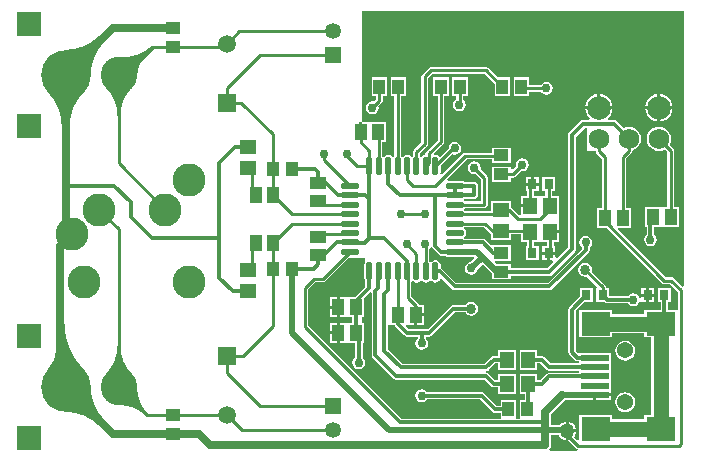
<source format=gbl>
%FSLAX42Y42*%
%MOMM*%
G71*
G01*
G75*
G04 Layer_Physical_Order=2*
G04 Layer_Color=16711680*
%ADD10R,1.30X1.55*%
%ADD11R,1.40X1.20*%
%ADD12R,1.30X1.00*%
%ADD13R,2.20X0.95*%
%ADD14R,1.10X1.25*%
%ADD15C,0.30*%
%ADD16C,0.25*%
%ADD17C,1.75*%
%ADD18C,2.00*%
%ADD19R,2.00X2.00*%
%ADD20C,4.20*%
%ADD21C,3.10*%
%ADD22C,1.37*%
%ADD23C,0.86*%
%ADD24R,1.35X1.35*%
%ADD25C,1.35*%
%ADD26C,2.79*%
%ADD27R,1.50X1.50*%
%ADD28C,1.50*%
%ADD29C,0.76*%
%ADD30C,1.27*%
%ADD31C,0.64*%
%ADD32R,1.10X1.40*%
%ADD33R,1.20X1.40*%
%ADD34R,0.80X0.90*%
%ADD35R,1.00X1.30*%
%ADD36R,2.39X0.51*%
%ADD37R,2.49X2.01*%
%ADD38R,1.40X1.10*%
%ADD39O,1.60X0.55*%
%ADD40O,0.55X1.60*%
%ADD41C,1.27*%
%ADD42C,0.38*%
%ADD43C,0.51*%
G36*
X10157Y8422D02*
X10143Y8417D01*
X10071Y8489D01*
X10062Y8495D01*
X10051Y8497D01*
X10051Y8497D01*
X10002D01*
X9596Y8902D01*
X9602Y8917D01*
X9708D01*
Y9087D01*
X9667D01*
Y9502D01*
X9710Y9545D01*
X9710Y9545D01*
X9716Y9555D01*
X9719Y9566D01*
X9719Y9566D01*
Y9570D01*
X9742Y9580D01*
X9763Y9597D01*
X9780Y9618D01*
X9790Y9643D01*
X9794Y9670D01*
X9790Y9697D01*
X9780Y9722D01*
X9763Y9743D01*
X9742Y9760D01*
X9717Y9770D01*
X9690Y9773D01*
X9663Y9770D01*
X9646Y9763D01*
X9589Y9821D01*
X9577Y9828D01*
X9564Y9831D01*
X9517D01*
X9512Y9845D01*
X9518Y9850D01*
X9537Y9874D01*
X9548Y9902D01*
X9551Y9920D01*
X9322D01*
X9324Y9902D01*
X9335Y9874D01*
X9354Y9850D01*
X9360Y9845D01*
X9355Y9831D01*
X9301D01*
X9287Y9828D01*
X9276Y9821D01*
X9183Y9728D01*
X9175Y9716D01*
X9173Y9703D01*
X9173Y9703D01*
X9173D01*
X9173Y9703D01*
X9173D01*
Y8752D01*
X9080Y8660D01*
X9066Y8665D01*
Y8687D01*
X9024D01*
Y8639D01*
X9040D01*
X9046Y8625D01*
X8999Y8578D01*
X8691D01*
Y8609D01*
X8570D01*
X8554Y8624D01*
X8560Y8638D01*
X8691D01*
Y8769D01*
X8530D01*
X8530Y8769D01*
Y8769D01*
X8524Y8766D01*
X8477Y8814D01*
X8467Y8820D01*
X8455Y8823D01*
X8300D01*
X8298Y8824D01*
Y8839D01*
X8301Y8841D01*
X8310Y8855D01*
X8313Y8872D01*
X8310Y8888D01*
X8301Y8902D01*
X8298Y8904D01*
Y8919D01*
X8301Y8921D01*
X8302Y8923D01*
X8461D01*
X8515Y8869D01*
X8515Y8869D01*
X8525Y8863D01*
X8525Y8863D01*
X8525Y8863D01*
D01*
X8525Y8863D01*
X8525Y8863D01*
X8525Y8862D01*
Y8814D01*
X8696D01*
Y8860D01*
X8781D01*
Y8796D01*
X8827D01*
Y8760D01*
X8816D01*
Y8639D01*
X8926D01*
Y8760D01*
X8884D01*
Y8796D01*
X8997D01*
Y8760D01*
X8956D01*
Y8712D01*
X9066D01*
Y8760D01*
X9054D01*
Y8796D01*
X9101D01*
Y8869D01*
X9081D01*
Y8894D01*
X9101D01*
Y8967D01*
Y9016D01*
Y9187D01*
X9039D01*
Y9223D01*
X9066D01*
Y9344D01*
X8956D01*
Y9223D01*
X8982D01*
Y9187D01*
X8884D01*
Y9223D01*
X8926D01*
Y9271D01*
X8816D01*
Y9223D01*
X8827D01*
Y9187D01*
X8781D01*
Y9114D01*
X8801D01*
Y9089D01*
X8781D01*
Y9020D01*
X8762D01*
X8696Y9086D01*
Y9144D01*
X8525D01*
Y9060D01*
X8302D01*
X8301Y9062D01*
X8298Y9064D01*
Y9079D01*
X8301Y9081D01*
X8302Y9083D01*
X8465D01*
X8476Y9085D01*
X8485Y9091D01*
X8492Y9101D01*
X8494Y9112D01*
X8494Y9112D01*
X8494Y9112D01*
Y9112D01*
Y9340D01*
X8492Y9351D01*
X8485Y9360D01*
X8485Y9360D01*
X8434Y9412D01*
X8436Y9423D01*
X8432Y9444D01*
X8420Y9462D01*
X8403Y9474D01*
X8382Y9478D01*
X8361Y9474D01*
X8344Y9462D01*
X8332Y9444D01*
X8328Y9423D01*
X8332Y9403D01*
X8344Y9385D01*
X8361Y9373D01*
X8382Y9369D01*
X8394Y9371D01*
X8437Y9328D01*
Y9140D01*
X8302D01*
X8301Y9142D01*
X8298Y9144D01*
Y9159D01*
X8300Y9161D01*
X8379D01*
X8391Y9163D01*
X8401Y9170D01*
X8401Y9170D01*
X8401Y9170D01*
X8404Y9173D01*
X8411Y9183D01*
X8413Y9195D01*
X8413Y9195D01*
X8413Y9195D01*
Y9195D01*
Y9271D01*
X8411Y9283D01*
X8404Y9293D01*
X8394Y9300D01*
X8382Y9302D01*
X8301D01*
X8301Y9302D01*
X8287Y9312D01*
X8270Y9315D01*
X8165D01*
X8155Y9313D01*
X8148Y9327D01*
X8318Y9497D01*
X8530D01*
Y9464D01*
X8691D01*
Y9594D01*
X8530D01*
Y9553D01*
X8306D01*
X8306Y9553D01*
X8295Y9551D01*
X8286Y9545D01*
X8286Y9545D01*
X8107Y9367D01*
X8094Y9374D01*
X8096Y9384D01*
Y9440D01*
X8195Y9539D01*
X8196Y9538D01*
X8217Y9534D01*
X8238Y9538D01*
X8255Y9550D01*
X8267Y9568D01*
X8271Y9589D01*
X8267Y9609D01*
X8255Y9627D01*
X8238Y9639D01*
X8217Y9643D01*
X8196Y9639D01*
X8178Y9627D01*
X8167Y9609D01*
X8163Y9589D01*
X8163Y9587D01*
X8094Y9519D01*
X8083Y9520D01*
X8069Y9529D01*
X8052Y9533D01*
X8044Y9531D01*
X8037Y9545D01*
X8119Y9626D01*
X8125Y9635D01*
X8127Y9646D01*
X8127Y9646D01*
Y10029D01*
X8164D01*
Y10189D01*
X8034D01*
Y10029D01*
X8070D01*
Y9658D01*
X7977Y9565D01*
X7971Y9555D01*
X7968Y9545D01*
X7968Y9545D01*
Y9532D01*
X7956Y9529D01*
X7942Y9520D01*
X7940Y9518D01*
X7925D01*
X7923Y9520D01*
X7921Y9521D01*
Y9544D01*
X7983Y9606D01*
X7983Y9606D01*
X7989Y9616D01*
X7989Y9616D01*
X7989Y9616D01*
X7991Y9627D01*
X7991Y9627D01*
Y10186D01*
X8025Y10220D01*
X8468D01*
X8554Y10134D01*
Y10029D01*
X8685D01*
Y10189D01*
X8580D01*
X8500Y10269D01*
X8491Y10275D01*
X8480Y10277D01*
X8480Y10277D01*
X8014D01*
X8014Y10277D01*
X8003Y10275D01*
X7994Y10269D01*
X7994Y10269D01*
X7943Y10218D01*
X7937Y10209D01*
X7934Y10198D01*
X7934Y10198D01*
Y9638D01*
X7872Y9576D01*
X7866Y9567D01*
X7864Y9556D01*
X7864Y9556D01*
Y9521D01*
X7862Y9520D01*
X7860Y9518D01*
X7845D01*
X7843Y9520D01*
X7829Y9529D01*
X7812Y9533D01*
X7796Y9529D01*
X7782Y9520D01*
X7780Y9518D01*
X7765D01*
X7763Y9520D01*
X7761Y9521D01*
Y10029D01*
X7803D01*
Y10189D01*
X7673D01*
Y10029D01*
X7704D01*
Y9521D01*
X7702Y9520D01*
X7700Y9518D01*
X7685D01*
X7683Y9520D01*
X7669Y9529D01*
X7652Y9533D01*
X7636Y9529D01*
X7622Y9520D01*
X7620Y9518D01*
X7605D01*
X7603Y9520D01*
X7601Y9521D01*
Y9643D01*
X7638D01*
Y9813D01*
X7498D01*
D01*
D01*
X7498Y9813D01*
X7488D01*
Y9813D01*
X7431D01*
Y9728D01*
X7405D01*
Y9813D01*
X7429D01*
Y10754D01*
X10157D01*
Y8422D01*
D02*
G37*
G36*
X9335Y9685D02*
X9334Y9682D01*
X9335D01*
Y9657D01*
X9334D01*
X9335Y9654D01*
Y9568D01*
X9395D01*
X9408Y9566D01*
X9410Y9555D01*
X9416Y9545D01*
X9460Y9502D01*
Y9087D01*
X9418D01*
Y9014D01*
X9418D01*
Y8989D01*
X9418D01*
Y8917D01*
X9475D01*
Y8917D01*
X9501D01*
Y8917D01*
X9501D01*
X9970Y8448D01*
X9970Y8448D01*
X9979Y8442D01*
X9979Y8442D01*
X9979Y8442D01*
D01*
X9979Y8442D01*
X9979Y8442D01*
X9990Y8440D01*
X9990Y8440D01*
X10039D01*
X10106Y8373D01*
Y8218D01*
X10099D01*
Y8218D01*
X10022D01*
Y8284D01*
X10046D01*
Y8404D01*
X9936D01*
Y8284D01*
X9960D01*
Y8218D01*
X9820D01*
Y8182D01*
X9548D01*
Y8218D01*
X9268D01*
Y7987D01*
X9548D01*
Y8023D01*
X9820D01*
Y7987D01*
X9880D01*
Y7329D01*
X9820D01*
Y7293D01*
X9548D01*
Y7329D01*
X9268D01*
Y7121D01*
X9254Y7116D01*
X9226Y7144D01*
X9236Y7156D01*
X9244Y7175D01*
X9245Y7183D01*
X9180D01*
Y7118D01*
X9172Y7117D01*
X9241Y7049D01*
X9241Y7049D01*
X9250Y7043D01*
X9256Y7041D01*
X9254Y7026D01*
X9027D01*
X9018Y7040D01*
X9028Y7056D01*
X9032Y7074D01*
Y7159D01*
X9097D01*
X9098Y7156D01*
X9111Y7140D01*
X9127Y7127D01*
X9146Y7119D01*
X9154Y7118D01*
Y7196D01*
Y7274D01*
X9146Y7273D01*
X9127Y7265D01*
X9111Y7252D01*
X9103Y7242D01*
X9032D01*
Y7269D01*
X9032Y7269D01*
X9032Y7269D01*
Y7269D01*
Y7339D01*
X9153Y7459D01*
X9403D01*
X9407Y7460D01*
X9390D01*
Y7501D01*
X9403D01*
Y7513D01*
X9538D01*
Y7539D01*
Y7617D01*
Y7696D01*
Y7775D01*
Y7856D01*
X9268D01*
Y7856D01*
X9257Y7856D01*
X9239Y7874D01*
Y8211D01*
X9312Y8284D01*
X9383D01*
Y8404D01*
X9273D01*
Y8333D01*
X9186Y8245D01*
X9179Y8235D01*
X9176Y8223D01*
Y7861D01*
X9176Y7861D01*
X9176D01*
X9179Y7849D01*
X9186Y7839D01*
X9231Y7794D01*
X9241Y7787D01*
X9253Y7785D01*
X9268D01*
Y7775D01*
Y7768D01*
X9027D01*
X8975Y7820D01*
X8965Y7827D01*
X8954Y7829D01*
X8916D01*
Y7883D01*
X8765D01*
Y7713D01*
X8916D01*
Y7767D01*
X8941D01*
X8992Y7715D01*
X8992Y7715D01*
X8992D01*
X8992Y7715D01*
X8992D01*
X8992Y7715D01*
Y7715D01*
Y7715D01*
D01*
D01*
X8992D01*
Y7715D01*
X9003Y7708D01*
X9014Y7706D01*
X9268D01*
Y7696D01*
Y7689D01*
X9017D01*
X9005Y7687D01*
X8995Y7680D01*
X8941Y7626D01*
X8916D01*
Y7680D01*
X8765D01*
Y7509D01*
X8809D01*
Y7459D01*
X8765D01*
Y7301D01*
X8736D01*
Y7459D01*
X8605D01*
Y7410D01*
X8573D01*
X8467Y7515D01*
X8457Y7522D01*
X8446Y7524D01*
X7981D01*
X7976Y7531D01*
X7958Y7543D01*
X7938Y7547D01*
X7917Y7543D01*
X7899Y7531D01*
X7887Y7514D01*
X7883Y7493D01*
X7887Y7472D01*
X7899Y7455D01*
X7917Y7443D01*
X7938Y7439D01*
X7958Y7443D01*
X7976Y7455D01*
X7981Y7462D01*
X8433D01*
X8538Y7357D01*
X8538Y7357D01*
X8538D01*
X8538Y7357D01*
X8538D01*
X8538Y7357D01*
Y7357D01*
Y7357D01*
D01*
D01*
X8538D01*
Y7357D01*
X8548Y7350D01*
X8560Y7348D01*
X8605D01*
Y7301D01*
X7764D01*
X7441Y7624D01*
X7437Y7627D01*
X7429Y7635D01*
D01*
X6975Y8089D01*
Y8396D01*
X7035Y8455D01*
X7099D01*
X7099Y8455D01*
X7110Y8457D01*
X7120Y8463D01*
X7317Y8661D01*
X7455D01*
Y8620D01*
X7452Y8616D01*
X7449Y8599D01*
Y8494D01*
X7452Y8477D01*
X7455Y8473D01*
Y8413D01*
X7369Y8328D01*
X7312D01*
X7312Y8328D01*
Y8328D01*
X7311Y8328D01*
X7306D01*
X7301D01*
X7300Y8328D01*
X7300Y8328D01*
Y8328D01*
X7244D01*
Y8242D01*
Y8157D01*
X7301D01*
Y8157D01*
X7311D01*
X7312Y8157D01*
X7312Y8157D01*
Y8157D01*
X7350D01*
Y8112D01*
X7312D01*
X7312Y8112D01*
Y8112D01*
X7311Y8112D01*
X7306D01*
X7301D01*
X7300Y8112D01*
X7300Y8112D01*
Y8112D01*
X7244D01*
Y8026D01*
Y7941D01*
X7301D01*
Y7941D01*
X7311D01*
X7312Y7941D01*
X7312Y7941D01*
Y7941D01*
X7373D01*
Y7816D01*
X7366Y7811D01*
X7354Y7793D01*
X7350Y7772D01*
X7354Y7752D01*
X7366Y7734D01*
X7383Y7722D01*
X7404Y7718D01*
X7425Y7722D01*
X7441Y7733D01*
X7443Y7734D01*
X7454Y7752D01*
X7458Y7772D01*
X7454Y7793D01*
X7443Y7811D01*
X7435Y7816D01*
Y7941D01*
X7451D01*
Y8112D01*
X7429D01*
Y8157D01*
X7451D01*
Y8322D01*
X7499Y8370D01*
X7513Y8364D01*
Y7835D01*
X7513Y7835D01*
X7513D01*
X7516Y7823D01*
X7522Y7813D01*
X7700Y7636D01*
X7706Y7632D01*
X7710Y7629D01*
X7722Y7627D01*
X8471D01*
X8525Y7573D01*
X8525D01*
X8525Y7573D01*
X8525Y7573D01*
Y7573D01*
X8535Y7566D01*
X8547Y7564D01*
X8585D01*
Y7509D01*
X8736D01*
Y7680D01*
X8585D01*
Y7626D01*
X8560D01*
X8506Y7680D01*
X8495Y7687D01*
X8484Y7689D01*
Y7703D01*
X8495Y7706D01*
X8506Y7712D01*
X8560Y7767D01*
X8585D01*
Y7713D01*
X8736D01*
Y7883D01*
X8585D01*
Y7829D01*
X8547D01*
X8535Y7827D01*
X8525Y7820D01*
X8471Y7765D01*
X7773D01*
X7651Y7887D01*
Y8094D01*
X7665D01*
Y8094D01*
X7706D01*
X7707Y8090D01*
X7714Y8079D01*
X7789Y8004D01*
X7799Y7998D01*
X7811Y7995D01*
X7902D01*
X7906Y7981D01*
X7899Y7976D01*
X7887Y7958D01*
X7883Y7938D01*
X7887Y7917D01*
X7899Y7899D01*
X7917Y7887D01*
X7938Y7883D01*
X7958Y7887D01*
X7976Y7899D01*
X7988Y7917D01*
X7992Y7938D01*
X7988Y7958D01*
X7976Y7976D01*
X7969Y7981D01*
Y7995D01*
X8001D01*
X8013Y7998D01*
X8023Y8004D01*
X8217Y8199D01*
X8307D01*
X8314Y8187D01*
X8334Y8175D01*
X8357Y8170D01*
X8379Y8175D01*
X8399Y8187D01*
X8412Y8207D01*
X8416Y8230D01*
X8412Y8252D01*
X8399Y8272D01*
X8379Y8285D01*
X8357Y8289D01*
X8334Y8285D01*
X8314Y8272D01*
X8307Y8261D01*
X8204D01*
X8192Y8258D01*
X8182Y8252D01*
X7988Y8057D01*
X7823D01*
X7800Y8081D01*
X7806Y8094D01*
X7815D01*
Y8094D01*
X7873D01*
Y8179D01*
X7885D01*
Y8192D01*
X7956D01*
Y8264D01*
X7912D01*
X7912Y8267D01*
X7906Y8276D01*
X7906Y8276D01*
X7847Y8335D01*
Y8459D01*
X7862Y8463D01*
X7862Y8463D01*
X7876Y8454D01*
X7892Y8451D01*
X7909Y8454D01*
X7923Y8463D01*
X7925Y8466D01*
X7940D01*
X7942Y8463D01*
X7956Y8454D01*
X7972Y8451D01*
X7989Y8454D01*
X8003Y8463D01*
X8005Y8466D01*
X8020D01*
X8022Y8463D01*
X8036Y8454D01*
X8052Y8451D01*
X8069Y8454D01*
X8083Y8463D01*
X8093Y8477D01*
X8093Y8481D01*
X8108Y8485D01*
X8195Y8398D01*
X8195Y8398D01*
X8195D01*
X8195Y8398D01*
X8195D01*
X8195Y8398D01*
Y8398D01*
Y8398D01*
D01*
D01*
X8195D01*
Y8398D01*
X8205Y8391D01*
X8217Y8389D01*
X9017D01*
X9029Y8391D01*
X9039Y8398D01*
X9349Y8708D01*
X9353Y8714D01*
X9356Y8718D01*
X9358Y8730D01*
Y8750D01*
X9365Y8755D01*
X9377Y8773D01*
X9381Y8793D01*
X9377Y8814D01*
X9365Y8832D01*
X9348Y8844D01*
X9327Y8848D01*
X9306Y8844D01*
X9288Y8832D01*
X9277Y8814D01*
X9272Y8793D01*
X9277Y8773D01*
X9288Y8755D01*
X9290Y8754D01*
X9292Y8739D01*
X9004Y8451D01*
X8230D01*
X8112Y8569D01*
X8102Y8575D01*
X8096Y8577D01*
Y8599D01*
X8093Y8616D01*
X8083Y8630D01*
X8069Y8639D01*
X8052Y8643D01*
X8036Y8639D01*
X8022Y8630D01*
X8020Y8628D01*
X8005D01*
X8003Y8630D01*
X8001Y8631D01*
Y8737D01*
X8001Y8737D01*
X8008Y8747D01*
X8017Y8749D01*
X8025D01*
X8030Y8740D01*
X8081Y8690D01*
X8091Y8683D01*
X8103Y8681D01*
X8134D01*
X8148Y8671D01*
X8165Y8668D01*
X8270D01*
X8281Y8670D01*
X8376D01*
X8382Y8656D01*
X8351Y8626D01*
X8336Y8623D01*
X8318Y8611D01*
X8306Y8593D01*
X8302Y8572D01*
X8306Y8552D01*
X8318Y8534D01*
X8336Y8522D01*
X8357Y8518D01*
X8377Y8522D01*
X8395Y8534D01*
X8407Y8552D01*
X8410Y8567D01*
X8452Y8609D01*
X8530Y8531D01*
Y8478D01*
X8691D01*
Y8508D01*
X9013D01*
X9027Y8511D01*
X9038Y8519D01*
X9232Y8713D01*
X9240Y8724D01*
X9242Y8738D01*
X9242Y8738D01*
X9242Y8738D01*
Y8738D01*
Y9688D01*
X9315Y9761D01*
X9335D01*
Y9685D01*
D02*
G37*
%LPC*%
G36*
X9322Y8619D02*
X9299Y8615D01*
X9280Y8602D01*
X9267Y8583D01*
X9262Y8560D01*
X9267Y8537D01*
X9280Y8518D01*
X9299Y8505D01*
X9322Y8500D01*
X9338Y8503D01*
X9423Y8418D01*
X9417Y8404D01*
X9413D01*
Y8284D01*
X9484D01*
X9494Y8277D01*
X9506Y8275D01*
X9685D01*
X9690Y8267D01*
X9707Y8256D01*
X9728Y8251D01*
X9749Y8256D01*
X9767Y8267D01*
X9778Y8285D01*
X9781Y8297D01*
X9796Y8296D01*
Y8284D01*
X9839D01*
Y8331D01*
X9796D01*
Y8316D01*
X9781Y8315D01*
X9778Y8327D01*
X9767Y8344D01*
X9749Y8356D01*
X9728Y8360D01*
X9707Y8356D01*
X9690Y8344D01*
X9685Y8337D01*
X9523D01*
Y8404D01*
X9506D01*
X9496Y8414D01*
Y8414D01*
X9496D01*
D01*
D01*
D01*
X9494Y8425D01*
X9488Y8434D01*
X9488Y8434D01*
X9378Y8544D01*
X9381Y8560D01*
X9377Y8583D01*
X9364Y8602D01*
X9345Y8615D01*
X9322Y8619D01*
D02*
G37*
G36*
X7218Y8328D02*
X7161D01*
Y8255D01*
X7218D01*
Y8328D01*
D02*
G37*
G36*
Y8230D02*
X7161D01*
Y8157D01*
X7218D01*
Y8230D01*
D02*
G37*
G36*
X9906Y8404D02*
X9864D01*
Y8357D01*
X9906D01*
Y8404D01*
D02*
G37*
G36*
X9839D02*
X9796D01*
Y8357D01*
X9839D01*
Y8404D01*
D02*
G37*
G36*
X9906Y8331D02*
X9864D01*
Y8284D01*
X9906D01*
Y8331D01*
D02*
G37*
G36*
X9538Y7488D02*
X9416D01*
Y7460D01*
X9538D01*
Y7488D01*
D02*
G37*
G36*
X9660Y7524D02*
X9638Y7521D01*
X9617Y7513D01*
X9600Y7499D01*
X9586Y7482D01*
X9578Y7462D01*
X9575Y7440D01*
X9578Y7418D01*
X9586Y7397D01*
X9600Y7380D01*
X9617Y7366D01*
X9638Y7358D01*
X9660Y7355D01*
X9682Y7358D01*
X9702Y7366D01*
X9719Y7380D01*
X9733Y7397D01*
X9741Y7418D01*
X9744Y7440D01*
X9741Y7462D01*
X9733Y7482D01*
X9719Y7499D01*
X9702Y7513D01*
X9682Y7521D01*
X9660Y7524D01*
D02*
G37*
G36*
X9180Y7274D02*
Y7209D01*
X9245D01*
X9244Y7216D01*
X9236Y7236D01*
X9223Y7252D01*
X9207Y7265D01*
X9187Y7273D01*
X9180Y7274D01*
D02*
G37*
G36*
X9660Y7961D02*
X9638Y7958D01*
X9617Y7950D01*
X9600Y7936D01*
X9586Y7919D01*
X9578Y7898D01*
X9575Y7877D01*
X9578Y7855D01*
X9586Y7834D01*
X9600Y7817D01*
X9617Y7803D01*
X9638Y7795D01*
X9660Y7792D01*
X9682Y7795D01*
X9702Y7803D01*
X9719Y7817D01*
X9733Y7834D01*
X9741Y7855D01*
X9744Y7877D01*
X9741Y7898D01*
X9733Y7919D01*
X9719Y7936D01*
X9702Y7950D01*
X9682Y7958D01*
X9660Y7961D01*
D02*
G37*
G36*
X7956Y8166D02*
X7898D01*
Y8094D01*
X7956D01*
Y8166D01*
D02*
G37*
G36*
X7218Y8112D02*
X7161D01*
Y8039D01*
X7218D01*
Y8112D01*
D02*
G37*
G36*
Y8014D02*
X7161D01*
Y7941D01*
X7218D01*
Y8014D01*
D02*
G37*
G36*
X9449Y10047D02*
Y9945D01*
X9551D01*
X9548Y9962D01*
X9537Y9990D01*
X9518Y10014D01*
X9494Y10033D01*
X9466Y10045D01*
X9449Y10047D01*
D02*
G37*
G36*
X9423D02*
X9406Y10045D01*
X9378Y10033D01*
X9354Y10014D01*
X9335Y9990D01*
X9324Y9962D01*
X9322Y9945D01*
X9423D01*
Y10047D01*
D02*
G37*
G36*
X8324Y10189D02*
X8194D01*
Y10029D01*
X8230D01*
Y10004D01*
X8217Y9995D01*
X8205Y9978D01*
X8201Y9957D01*
X8205Y9936D01*
X8217Y9918D01*
X8234Y9907D01*
X8255Y9902D01*
X8276Y9907D01*
X8293Y9918D01*
X8305Y9936D01*
X8309Y9957D01*
X8305Y9978D01*
X8293Y9995D01*
X8287Y9999D01*
Y10029D01*
X8324D01*
Y10189D01*
D02*
G37*
G36*
X9931Y10047D02*
X9914Y10045D01*
X9886Y10033D01*
X9862Y10014D01*
X9843Y9990D01*
X9832Y9962D01*
X9830Y9945D01*
X9931D01*
Y10047D01*
D02*
G37*
G36*
X8845Y10189D02*
X8714D01*
Y10029D01*
X8845D01*
Y10068D01*
X8946D01*
X8953Y10058D01*
X8971Y10046D01*
X8992Y10042D01*
X9012Y10046D01*
X9030Y10058D01*
X9042Y10076D01*
X9046Y10096D01*
X9042Y10117D01*
X9030Y10135D01*
X9012Y10147D01*
X8992Y10151D01*
X8971Y10147D01*
X8953Y10135D01*
X8946Y10125D01*
X8845D01*
Y10189D01*
D02*
G37*
G36*
X7643D02*
X7513D01*
Y10029D01*
X7550D01*
Y10003D01*
X7530Y9983D01*
X7518Y9986D01*
X7498Y9982D01*
X7480Y9970D01*
X7468Y9952D01*
X7464Y9931D01*
X7468Y9911D01*
X7480Y9893D01*
X7498Y9881D01*
X7518Y9877D01*
X7539Y9881D01*
X7557Y9893D01*
X7569Y9911D01*
X7573Y9931D01*
X7570Y9943D01*
X7598Y9971D01*
X7598Y9971D01*
X7604Y9980D01*
X7607Y9991D01*
X7607Y9991D01*
Y10029D01*
X7643D01*
Y10189D01*
D02*
G37*
G36*
X9957Y10047D02*
Y9945D01*
X10059D01*
X10056Y9962D01*
X10045Y9990D01*
X10026Y10014D01*
X10002Y10033D01*
X9974Y10045D01*
X9957Y10047D01*
D02*
G37*
G36*
X8858Y9344D02*
X8816D01*
Y9296D01*
X8858D01*
Y9344D01*
D02*
G37*
G36*
X9944Y9773D02*
X9917Y9770D01*
X9892Y9760D01*
X9871Y9743D01*
X9854Y9722D01*
X9844Y9697D01*
X9840Y9670D01*
X9844Y9643D01*
X9854Y9618D01*
X9871Y9597D01*
X9892Y9580D01*
X9917Y9570D01*
X9944Y9566D01*
X9971Y9570D01*
X9994Y9579D01*
X10016Y9558D01*
Y9090D01*
X9976D01*
X9976Y9090D01*
Y9090D01*
X9974Y9090D01*
X9969D01*
X9965D01*
X9963Y9090D01*
X9963Y9090D01*
Y9090D01*
X9824D01*
Y8919D01*
X9842D01*
Y8857D01*
X9835Y8852D01*
X9823Y8835D01*
X9819Y8814D01*
X9823Y8793D01*
X9835Y8775D01*
X9852Y8764D01*
X9873Y8759D01*
X9894Y8764D01*
X9911Y8775D01*
X9923Y8793D01*
X9927Y8814D01*
X9923Y8835D01*
X9911Y8852D01*
X9904Y8857D01*
Y8919D01*
X9965D01*
Y8919D01*
X9974D01*
X9976Y8919D01*
X9976Y8919D01*
Y8919D01*
X10115D01*
Y9090D01*
X10073D01*
Y9569D01*
X10073Y9569D01*
X10071Y9580D01*
X10065Y9590D01*
X10065Y9590D01*
X10035Y9620D01*
X10044Y9643D01*
X10048Y9670D01*
X10044Y9697D01*
X10034Y9722D01*
X10017Y9743D01*
X9996Y9760D01*
X9971Y9770D01*
X9944Y9773D01*
D02*
G37*
G36*
X8998Y8687D02*
X8956D01*
Y8639D01*
X8998D01*
Y8687D01*
D02*
G37*
G36*
X8926Y9344D02*
X8883D01*
Y9296D01*
X8926D01*
Y9344D01*
D02*
G37*
G36*
X10059Y9920D02*
X9957D01*
Y9818D01*
X9974Y9820D01*
X10002Y9832D01*
X10026Y9850D01*
X10045Y9874D01*
X10056Y9902D01*
X10059Y9920D01*
D02*
G37*
G36*
X9931D02*
X9830D01*
X9832Y9902D01*
X9843Y9874D01*
X9862Y9850D01*
X9886Y9832D01*
X9914Y9820D01*
X9931Y9818D01*
Y9920D01*
D02*
G37*
G36*
X8788Y9503D02*
X8768Y9499D01*
X8750Y9487D01*
X8738Y9470D01*
X8734Y9449D01*
X8736Y9437D01*
X8705Y9406D01*
X8691Y9411D01*
Y9434D01*
X8530D01*
Y9304D01*
X8691D01*
Y9340D01*
X8708D01*
X8708Y9340D01*
X8719Y9342D01*
X8729Y9349D01*
X8777Y9397D01*
X8788Y9394D01*
X8809Y9399D01*
X8827Y9410D01*
X8839Y9428D01*
X8843Y9449D01*
X8839Y9470D01*
X8827Y9487D01*
X8809Y9499D01*
X8788Y9503D01*
D02*
G37*
%LPD*%
D11*
X8611Y8889D02*
D03*
Y9069D02*
D03*
X6464Y9602D02*
D03*
Y9422D02*
D03*
X6464Y8381D02*
D03*
Y8561D02*
D03*
D12*
X5829Y10608D02*
D03*
Y10448D02*
D03*
Y7172D02*
D03*
Y7332D02*
D03*
X8611Y8703D02*
D03*
Y8543D02*
D03*
Y9369D02*
D03*
Y9529D02*
D03*
D15*
X9873Y8983D02*
X9894Y9004D01*
X9873Y8814D02*
Y8983D01*
X9327Y8730D02*
Y8793D01*
X9017Y8420D02*
X9327Y8730D01*
X9938Y8124D02*
X9991Y8177D01*
Y8344D01*
X8560Y7379D02*
X8670D01*
X8446Y7493D02*
X8560Y7379D01*
X5651Y8826D02*
X6223D01*
Y8494D02*
Y8826D01*
Y9467D01*
X6359Y9602D01*
X6223Y8494D02*
X6336Y8381D01*
X6464D01*
X6359Y9602D02*
X6464D01*
X7493Y8826D02*
X7620D01*
X7812Y8634D01*
Y8547D02*
Y8634D01*
X8446Y8661D02*
X8458D01*
X8204Y8230D02*
X8357D01*
X8217Y8420D02*
X9017D01*
X8090Y8547D02*
X8217Y8420D01*
X8052Y8547D02*
X8090D01*
X7736Y8101D02*
X7811Y8026D01*
X7736Y8101D02*
Y8179D01*
X8001Y8026D02*
X8204Y8230D01*
X7938Y7493D02*
X8446D01*
X9207Y8223D02*
X9328Y8344D01*
X9207Y7861D02*
Y8223D01*
Y7861D02*
X9253Y7816D01*
X9403D01*
X9506Y8306D02*
X9728D01*
X9468Y8344D02*
X9506Y8306D01*
X7381Y8242D02*
Y8295D01*
Y8026D02*
Y8242D01*
X7492Y8407D02*
Y8547D01*
X7381Y8295D02*
X7492Y8407D01*
X7381Y8026D02*
X7404Y8003D01*
Y7772D02*
Y8003D01*
X8830Y7379D02*
X8840Y7389D01*
Y7595D01*
X8543Y8703D02*
X8611D01*
X8455Y8792D02*
X8543Y8703D01*
X8217Y8792D02*
X8455D01*
X8052Y8762D02*
Y9182D01*
X7652Y9289D02*
Y9437D01*
Y9289D02*
X7750Y9192D01*
X8217D01*
X8103Y8712D02*
X8217D01*
X8052Y8762D02*
X8103Y8712D01*
X5474Y9004D02*
Y9131D01*
X5334Y9271D02*
X5474Y9131D01*
X4922Y9271D02*
X5334D01*
X5474Y9004D02*
X5651Y8826D01*
X8217Y9192D02*
Y9272D01*
Y9192D02*
X8379D01*
X7620Y7874D02*
Y8357D01*
X7652Y8389D01*
Y8547D01*
X9017Y7658D02*
X9403D01*
X8954Y7595D02*
X9017Y7658D01*
X8840Y7595D02*
X8954D01*
X8840Y7798D02*
X8954D01*
X9014Y7737D01*
X9403D01*
X8547Y7595D02*
X8660D01*
X8484Y7658D02*
X8547Y7595D01*
X8547Y7798D02*
X8660D01*
X8484Y7734D02*
X8547Y7798D01*
X8293Y7734D02*
X8484D01*
X7620Y7874D02*
X7760Y7734D01*
X8293D01*
X7544Y7835D02*
X7722Y7658D01*
X8484D01*
X7544Y7835D02*
Y8383D01*
X7569Y8407D01*
Y8543D01*
X7572Y8547D01*
X8379Y9192D02*
X8382Y9195D01*
X8218Y9271D02*
X8382D01*
Y9195D02*
Y9271D01*
X7811Y8026D02*
X7938D01*
X8001D01*
X7938Y7938D02*
Y8026D01*
X7755Y7269D02*
X8984D01*
X8997D01*
D16*
X5372Y9867D02*
G03*
X5271Y10110I-344J0D01*
G01*
X5372Y9929D02*
G03*
X5289Y10128I-282J0D01*
G01*
X5372Y9990D02*
G03*
X5307Y10146I-221J0D01*
G01*
X5372Y10051D02*
G03*
X5325Y10164I-160J0D01*
G01*
X5473Y10110D02*
G03*
X5372Y9867I243J-243D01*
G01*
X5455Y10128D02*
G03*
X5372Y9929I200J-200D01*
G01*
X5437Y10146D02*
G03*
X5372Y9990I156J-156D01*
G01*
X5419Y10164D02*
G03*
X5372Y10051I113J-113D01*
G01*
X5579Y10367D02*
G03*
X5514Y10211I156J-156D01*
G01*
X5536Y10324D02*
G03*
X5489Y10211I113J-113D01*
G01*
X5388Y10352D02*
G03*
X5660Y10448I36J333D01*
G01*
X5385Y10327D02*
G03*
X5623Y10411I32J290D01*
G01*
X5382Y10302D02*
G03*
X5585Y10373I27J248D01*
G01*
X5379Y10277D02*
G03*
X5548Y10336I22J206D01*
G01*
X5377Y10251D02*
G03*
X5511Y10298I18J163D01*
G01*
X5372Y7913D02*
G03*
X5473Y7670I344J0D01*
G01*
X5372Y7851D02*
G03*
X5455Y7652I282J0D01*
G01*
X5372Y7790D02*
G03*
X5437Y7634I221J0D01*
G01*
X5372Y7729D02*
G03*
X5419Y7616I160J0D01*
G01*
X5271Y7670D02*
G03*
X5372Y7913I-243J243D01*
G01*
X5289Y7652D02*
G03*
X5372Y7851I-200J200D01*
G01*
X5307Y7634D02*
G03*
X5372Y7790I-156J156D01*
G01*
X5325Y7616D02*
G03*
X5372Y7729I-113J113D01*
G01*
X5610Y7332D02*
G03*
X5374Y7427I-230J-230D01*
G01*
X5567Y7374D02*
G03*
X5374Y7452I-189J-189D01*
G01*
X5525Y7416D02*
G03*
X5374Y7478I-148J-148D01*
G01*
X5482Y7459D02*
G03*
X5373Y7503I-107J-107D01*
G01*
X5514Y7567D02*
G03*
X5610Y7332I325J-5D01*
G01*
X5489Y7567D02*
G03*
X5567Y7374I267J-4D01*
G01*
X5464Y7568D02*
G03*
X5525Y7416I209J-3D01*
G01*
X5438Y7568D02*
G03*
X5482Y7459I151J-2D01*
G01*
X9990Y8468D02*
X10051D01*
X9488Y8970D02*
X9990Y8468D01*
X9488Y8970D02*
Y9002D01*
X10051Y8468D02*
X10135Y8385D01*
X9690Y9566D02*
Y9670D01*
X9638Y9514D02*
X9690Y9566D01*
X9638Y9002D02*
Y9514D01*
X9488Y9002D02*
Y9514D01*
X9436Y9566D02*
X9488Y9514D01*
X9436Y9566D02*
Y9670D01*
X9157Y7173D02*
Y7201D01*
X10135Y7087D02*
Y8385D01*
X9944Y9670D02*
X10044Y9569D01*
Y9004D02*
Y9569D01*
X9322Y8560D02*
X9468Y8414D01*
Y8344D02*
Y8414D01*
X6947Y8077D02*
X7755Y7269D01*
X6568Y7403D02*
X7188D01*
X6287Y7683D02*
X6568Y7403D01*
X6287Y7683D02*
Y7832D01*
X8536Y8889D02*
X8611D01*
X8473Y8952D02*
X8536Y8889D01*
X8217Y8952D02*
X8473D01*
X7811Y8776D02*
X7892Y8694D01*
Y8547D02*
Y8694D01*
X7811Y9322D02*
X7861Y9271D01*
X7811Y9322D02*
Y9435D01*
X5372Y7569D02*
Y8903D01*
X5207Y9068D02*
X5372Y8903D01*
Y9461D02*
Y10211D01*
Y9461D02*
X5766Y9068D01*
X5829Y10448D02*
X6261D01*
X5372Y10211D02*
X5423D01*
X5660Y10448D01*
X5829D01*
X5372Y7569D02*
X5610Y7332D01*
X5829D01*
X5829Y7332D02*
X6287D01*
Y10474D02*
X6390Y10578D01*
X7188D01*
X6287Y7332D02*
X6416Y7203D01*
X7188D01*
X6287Y9974D02*
Y10096D01*
X6568Y10378D01*
X7188D01*
X6287Y9974D02*
X6410D01*
X6676Y9707D01*
Y9412D02*
Y9707D01*
X6287Y7832D02*
X6422D01*
X6676Y8086D01*
Y8571D01*
X6679Y9195D02*
Y9410D01*
X6502Y9221D02*
X6529Y9195D01*
X6502Y9221D02*
Y9384D01*
X6464Y9422D02*
X6502Y9384D01*
X6679Y8574D02*
Y8788D01*
X6464Y8561D02*
X6502Y8599D01*
Y8762D01*
X6529Y8788D01*
X6842Y8952D02*
X7327D01*
X6679Y8788D02*
X6842Y8952D01*
X6842Y9032D02*
X7327D01*
X6679Y9195D02*
X6842Y9032D01*
X7572Y9437D02*
Y9724D01*
X7568Y9728D02*
X7572Y9724D01*
X7732Y9437D02*
Y10104D01*
X7972Y9437D02*
X7997Y9461D01*
X8480Y10249D02*
X8619Y10109D01*
X7997Y9461D02*
Y9545D01*
X8014Y10249D02*
X8480D01*
X7892Y9437D02*
Y9556D01*
X7963Y9627D01*
Y10198D02*
X8014Y10249D01*
X7963Y9627D02*
Y10198D01*
X7811Y9435D02*
X7812Y9437D01*
X8217Y9032D02*
X8573D01*
X8611Y9069D01*
Y8889D02*
X8849D01*
X8856Y8882D01*
X8611Y9069D02*
X8673D01*
X8750Y8992D01*
X8941D01*
X9026Y9077D01*
Y9102D01*
X7736Y8179D02*
Y8543D01*
X8856Y9102D02*
Y9269D01*
X8871Y9284D01*
X9011Y9117D02*
Y9284D01*
Y9117D02*
X9026Y9102D01*
Y8714D02*
Y8882D01*
X9011Y8700D02*
X9026Y8714D01*
X8856Y8714D02*
Y8882D01*
Y8714D02*
X8871Y8700D01*
X7812Y8547D02*
X7818Y8541D01*
Y8323D02*
Y8541D01*
Y8323D02*
X7886Y8256D01*
Y8179D02*
Y8256D01*
X4877Y7614D02*
X4922Y7569D01*
X7061Y9145D02*
X7095Y9112D01*
X7327D01*
X7061Y8838D02*
X7088Y8865D01*
X7320D01*
X7327Y8872D01*
X7061Y9295D02*
X7126D01*
X7327Y8792D02*
X7331Y8788D01*
X7112Y9487D02*
X7327Y9272D01*
X7112Y9487D02*
Y9538D01*
X7391Y9437D02*
X7492D01*
X7418Y9638D02*
Y9728D01*
Y9638D02*
X7493Y9563D01*
Y9437D02*
Y9563D01*
X7492Y9437D02*
X7493Y9437D01*
X7303Y9525D02*
Y9538D01*
Y9525D02*
X7391Y9437D01*
X7023Y8484D02*
X7099D01*
X7327Y8712D01*
X6947Y8077D02*
Y8407D01*
X7023Y8484D01*
X8779Y10109D02*
X8792Y10096D01*
X8992D01*
X8259Y9961D02*
Y10109D01*
X8255Y9957D02*
X8259Y9961D01*
X7578Y9991D02*
Y10109D01*
X7518Y9931D02*
X7578Y9991D01*
X7997Y9545D02*
X8099Y9646D01*
Y10109D01*
X8052Y9437D02*
X8204Y9589D01*
X8217D01*
X8306Y9525D02*
X8611D01*
X7861Y9271D02*
X8052D01*
X8306Y9525D01*
X8611Y9369D02*
X8708D01*
X8788Y9449D01*
X8217Y9112D02*
X8465D01*
Y9340D01*
X8382Y9423D02*
X8465Y9340D01*
X7760Y9030D02*
X7963D01*
X7972Y8547D02*
Y8766D01*
X7963Y8776D02*
X7972Y8766D01*
X10117Y7069D02*
X10135Y7087D01*
X9157Y7173D02*
X9261Y7069D01*
X10117D01*
D17*
X9436Y9670D02*
D03*
X9690D02*
D03*
X9944D02*
D03*
D18*
X9436Y9932D02*
D03*
X9944D02*
D03*
D19*
X4607Y7999D02*
D03*
Y7139D02*
D03*
Y10641D02*
D03*
Y9781D02*
D03*
D20*
X4922Y7569D02*
D03*
Y10211D02*
D03*
D21*
X5372Y7569D02*
D03*
Y10211D02*
D03*
D22*
X9660Y7877D02*
D03*
Y7440D02*
D03*
D23*
X9322Y8560D02*
D03*
X8357Y8230D02*
D03*
D24*
X7188Y7403D02*
D03*
Y10378D02*
D03*
D25*
Y7203D02*
D03*
Y10578D02*
D03*
D26*
X4978Y8865D02*
D03*
X5207Y9068D02*
D03*
X5766D02*
D03*
X5080Y8458D02*
D03*
X5969D02*
D03*
Y9322D02*
D03*
D27*
X6287Y7832D02*
D03*
Y9974D02*
D03*
D28*
Y7332D02*
D03*
Y10474D02*
D03*
D29*
X9873Y8814D02*
D03*
X9327Y8793D02*
D03*
X8357Y8572D02*
D03*
X7938Y7493D02*
D03*
X9728Y8306D02*
D03*
X7404Y7772D02*
D03*
X7938Y7938D02*
D03*
X7112Y9538D02*
D03*
X7303D02*
D03*
X8992Y10096D02*
D03*
X8255Y9957D02*
D03*
X7518Y9931D02*
D03*
X8217Y9589D02*
D03*
X8788Y9449D02*
D03*
X7811Y8776D02*
D03*
X7963D02*
D03*
X8382Y9423D02*
D03*
X7963Y9030D02*
D03*
X7760D02*
D03*
D30*
X9167Y7196D02*
D03*
D31*
X4877Y8109D02*
G03*
X5048Y7695I585J0D01*
G01*
X4877Y7956D02*
G03*
X5003Y7650I432J0D01*
G01*
X4877Y7802D02*
G03*
X4958Y7605I278J0D01*
G01*
X4796Y7695D02*
G03*
X4877Y7890I-195J195D01*
G01*
X5226Y7265D02*
G03*
X4922Y7391I-304J-304D01*
G01*
X5118Y7373D02*
G03*
X4922Y7454I-196J-196D01*
G01*
X5100Y7569D02*
G03*
X5226Y7265I430J0D01*
G01*
X5037Y7569D02*
G03*
X5118Y7373I277J0D01*
G01*
X4922Y9780D02*
G03*
X4796Y10085I-430J0D01*
G01*
X4922Y9934D02*
G03*
X4841Y10130I-277J0D01*
G01*
X5048Y10085D02*
G03*
X4922Y9780I304J-304D01*
G01*
X5003Y10130D02*
G03*
X4922Y9934I196J-196D01*
G01*
X5226Y10515D02*
G03*
X5100Y10211I304J-304D01*
G01*
X5118Y10407D02*
G03*
X5037Y10211I196J-196D01*
G01*
X4922Y10389D02*
G03*
X5226Y10515I0J430D01*
G01*
X4922Y10326D02*
G03*
X5118Y10407I0J277D01*
G01*
X5829Y7172D02*
X6049D01*
X4922Y9271D02*
Y10211D01*
Y8921D02*
Y9271D01*
X5320Y10608D02*
X5829D01*
X4922Y10211D02*
X5320Y10608D01*
Y7172D02*
X5829D01*
X4922Y7569D02*
X5320Y7172D01*
X4922Y8921D02*
X4978Y8865D01*
X4877Y8763D02*
X4978Y8865D01*
X4877Y7614D02*
Y8763D01*
X6049Y7172D02*
X6147Y7074D01*
X8984D01*
Y7358D02*
X9126Y7501D01*
X8984Y7074D02*
Y7201D01*
Y7269D01*
Y7358D01*
D32*
X6529Y8788D02*
D03*
X6679D02*
D03*
X6529Y9195D02*
D03*
X6679D02*
D03*
X7231Y8026D02*
D03*
X7381D02*
D03*
X7231Y8242D02*
D03*
X7381D02*
D03*
X7418Y9728D02*
D03*
X7568D02*
D03*
X7886Y8179D02*
D03*
X7736D02*
D03*
X9488Y9002D02*
D03*
X9638D02*
D03*
X10044Y9004D02*
D03*
X9894D02*
D03*
D33*
X9026Y8882D02*
D03*
Y9102D02*
D03*
X8856D02*
D03*
Y8882D02*
D03*
X8840Y7595D02*
D03*
X8660D02*
D03*
X8840Y7798D02*
D03*
X8660D02*
D03*
D34*
X8871Y9284D02*
D03*
X9011D02*
D03*
Y8700D02*
D03*
X8871D02*
D03*
X9468Y8344D02*
D03*
X9328D02*
D03*
X9851Y8344D02*
D03*
X9991D02*
D03*
D35*
X7578Y10109D02*
D03*
X7738D02*
D03*
X6836Y9412D02*
D03*
X6676D02*
D03*
X6836Y8571D02*
D03*
X6676D02*
D03*
X8670Y7379D02*
D03*
X8830D02*
D03*
X8779Y10109D02*
D03*
X8619D02*
D03*
X8259D02*
D03*
X8099D02*
D03*
D36*
X9403Y7816D02*
D03*
Y7737D02*
D03*
Y7658D02*
D03*
Y7579D02*
D03*
Y7501D02*
D03*
D37*
X9408Y8103D02*
D03*
X9959Y7214D02*
D03*
Y8103D02*
D03*
X9408Y7214D02*
D03*
D38*
X7061Y8688D02*
D03*
Y8838D02*
D03*
X7061Y9295D02*
D03*
Y9145D02*
D03*
D39*
X7327Y9272D02*
D03*
Y9192D02*
D03*
Y9112D02*
D03*
Y9032D02*
D03*
Y8952D02*
D03*
Y8872D02*
D03*
Y8792D02*
D03*
Y8712D02*
D03*
X8217D02*
D03*
Y8792D02*
D03*
Y8872D02*
D03*
Y8952D02*
D03*
Y9032D02*
D03*
Y9112D02*
D03*
Y9192D02*
D03*
Y9272D02*
D03*
D40*
X7492Y8547D02*
D03*
X7572D02*
D03*
X7652D02*
D03*
X7732D02*
D03*
X7812D02*
D03*
X7892D02*
D03*
X7972D02*
D03*
X8052D02*
D03*
Y9437D02*
D03*
X7972D02*
D03*
X7892D02*
D03*
X7812D02*
D03*
X7732D02*
D03*
X7652D02*
D03*
X7572D02*
D03*
X7492D02*
D03*
D41*
X9408Y8103D02*
X9959D01*
X9938Y8124D02*
X9959Y8103D01*
X9408Y7214D02*
X9959D01*
Y8103D01*
D42*
X9564Y9796D02*
X9690Y9670D01*
X9301Y9796D02*
X9564D01*
X9207Y9703D02*
X9301Y9796D01*
X7455Y8788D02*
X7493Y8826D01*
X7331Y8788D02*
X7455D01*
X7493Y8826D02*
Y9157D01*
X7061Y8688D02*
X7113D01*
X7217Y8792D01*
X7327D01*
X7229Y9192D02*
X7327D01*
X7126Y9295D02*
X7229Y9192D01*
X6836Y8571D02*
X7021D01*
X7061Y8611D01*
Y8688D01*
X6836Y9412D02*
X7034D01*
X7061Y9385D01*
Y9295D02*
Y9385D01*
X7492Y9157D02*
X7493Y9157D01*
X7492Y9157D02*
Y9437D01*
X7327Y9192D02*
X7458D01*
X7492Y9157D01*
X8611Y8543D02*
X9013D01*
X9207Y8738D01*
Y9703D01*
D43*
X6836Y8023D02*
X7658Y7201D01*
X8408Y8712D02*
X8458Y8661D01*
X8576Y8543D01*
X8357Y8572D02*
X8446Y8661D01*
X8576Y8543D02*
X8611D01*
X8217Y8712D02*
X8408D01*
X6836Y8023D02*
Y8571D01*
X9126Y7501D02*
X9403D01*
X9157Y7201D02*
X9162Y7196D01*
X7658Y7201D02*
X8984D01*
X9157D01*
M02*

</source>
